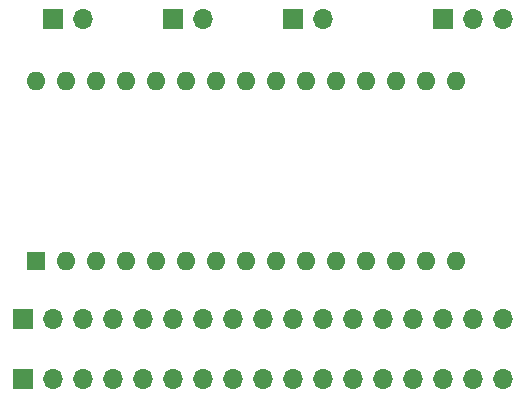
<source format=gbr>
%TF.GenerationSoftware,KiCad,Pcbnew,7.0.5*%
%TF.CreationDate,2026-01-03T12:26:39-08:00*%
%TF.ProjectId,ST-Noise,53542d4e-6f69-4736-952e-6b696361645f,rev?*%
%TF.SameCoordinates,Original*%
%TF.FileFunction,Soldermask,Top*%
%TF.FilePolarity,Negative*%
%FSLAX46Y46*%
G04 Gerber Fmt 4.6, Leading zero omitted, Abs format (unit mm)*
G04 Created by KiCad (PCBNEW 7.0.5) date 2026-01-03 12:26:39*
%MOMM*%
%LPD*%
G01*
G04 APERTURE LIST*
%ADD10R,1.700000X1.700000*%
%ADD11O,1.700000X1.700000*%
%ADD12R,1.600000X1.600000*%
%ADD13O,1.600000X1.600000*%
G04 APERTURE END LIST*
D10*
%TO.C,J2*%
X111760000Y-45720000D03*
D11*
X114300000Y-45720000D03*
%TD*%
D12*
%TO.C,A1*%
X110370000Y-66180000D03*
D13*
X112910000Y-66180000D03*
X115450000Y-66180000D03*
X117990000Y-66180000D03*
X120530000Y-66180000D03*
X123070000Y-66180000D03*
X125610000Y-66180000D03*
X128150000Y-66180000D03*
X130690000Y-66180000D03*
X133230000Y-66180000D03*
X135770000Y-66180000D03*
X138310000Y-66180000D03*
X140850000Y-66180000D03*
X143390000Y-66180000D03*
X145930000Y-66180000D03*
X145930000Y-50940000D03*
X143390000Y-50940000D03*
X140850000Y-50940000D03*
X138310000Y-50940000D03*
X135770000Y-50940000D03*
X133230000Y-50940000D03*
X130690000Y-50940000D03*
X128150000Y-50940000D03*
X125610000Y-50940000D03*
X123070000Y-50940000D03*
X120530000Y-50940000D03*
X117990000Y-50940000D03*
X115450000Y-50940000D03*
X112910000Y-50940000D03*
X110370000Y-50940000D03*
%TD*%
D10*
%TO.C, *%
X109220000Y-71120000D03*
D11*
X111760000Y-71120000D03*
X114300000Y-71120000D03*
X116840000Y-71120000D03*
X119380000Y-71120000D03*
X121920000Y-71120000D03*
X124460000Y-71120000D03*
X127000000Y-71120000D03*
X129540000Y-71120000D03*
X132080000Y-71120000D03*
X134620000Y-71120000D03*
X137160000Y-71120000D03*
X139700000Y-71120000D03*
X142240000Y-71120000D03*
X144780000Y-71120000D03*
X147320000Y-71120000D03*
X149860000Y-71120000D03*
%TD*%
D10*
%TO.C,J1*%
X109220000Y-76200000D03*
D11*
X111760000Y-76200000D03*
X114300000Y-76200000D03*
X116840000Y-76200000D03*
X119380000Y-76200000D03*
X121920000Y-76200000D03*
X124460000Y-76200000D03*
X127000000Y-76200000D03*
X129540000Y-76200000D03*
X132080000Y-76200000D03*
X134620000Y-76200000D03*
X137160000Y-76200000D03*
X139700000Y-76200000D03*
X142240000Y-76200000D03*
X144780000Y-76200000D03*
X147320000Y-76200000D03*
X149860000Y-76200000D03*
%TD*%
D10*
%TO.C,J4*%
X132080000Y-45720000D03*
D11*
X134620000Y-45720000D03*
%TD*%
D10*
%TO.C,J3*%
X121920000Y-45720000D03*
D11*
X124460000Y-45720000D03*
%TD*%
D10*
%TO.C,JP1*%
X144780000Y-45720000D03*
D11*
X147320000Y-45720000D03*
X149860000Y-45720000D03*
%TD*%
M02*

</source>
